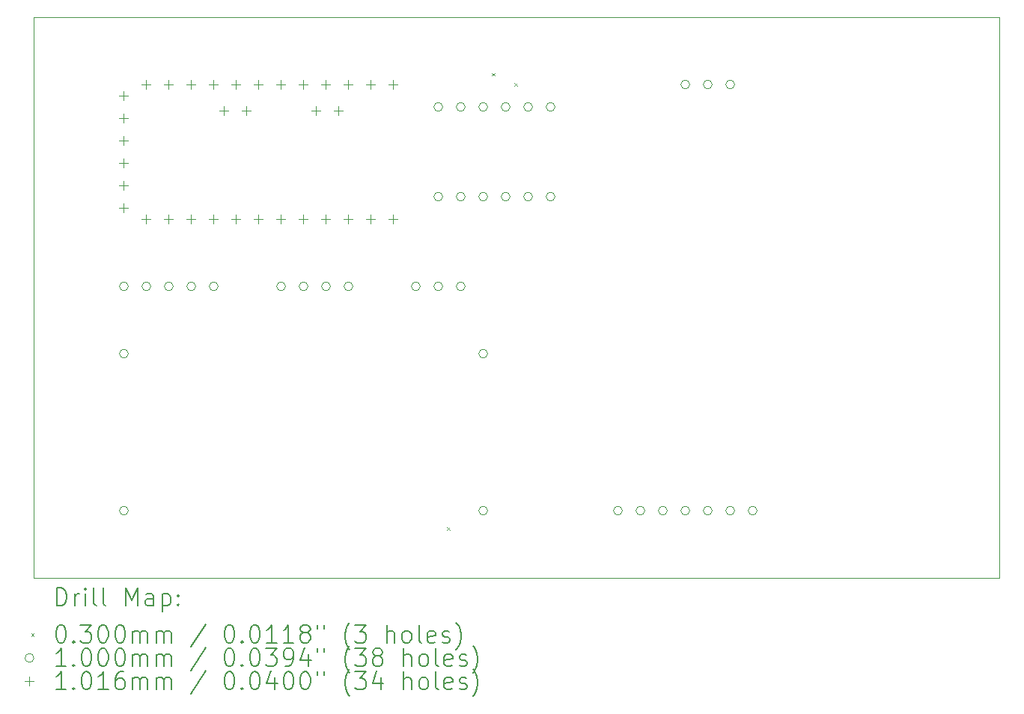
<source format=gbr>
%TF.GenerationSoftware,KiCad,Pcbnew,8.0.6*%
%TF.CreationDate,2024-11-20T22:46:54+01:00*%
%TF.ProjectId,Serverl_fter,53657276-6572-46cf-9c66-7465722e6b69,rev?*%
%TF.SameCoordinates,Original*%
%TF.FileFunction,Drillmap*%
%TF.FilePolarity,Positive*%
%FSLAX45Y45*%
G04 Gerber Fmt 4.5, Leading zero omitted, Abs format (unit mm)*
G04 Created by KiCad (PCBNEW 8.0.6) date 2024-11-20 22:46:54*
%MOMM*%
%LPD*%
G01*
G04 APERTURE LIST*
%ADD10C,0.050000*%
%ADD11C,0.200000*%
%ADD12C,0.100000*%
%ADD13C,0.101600*%
G04 APERTURE END LIST*
D10*
X2540000Y-2032000D02*
X13462000Y-2032000D01*
X13462000Y-8382000D01*
X2540000Y-8382000D01*
X2540000Y-2032000D01*
D11*
D12*
X7212170Y-7807360D02*
X7242170Y-7837360D01*
X7242170Y-7807360D02*
X7212170Y-7837360D01*
X7720170Y-2663830D02*
X7750170Y-2693830D01*
X7750170Y-2663830D02*
X7720170Y-2693830D01*
X7974170Y-2779000D02*
X8004170Y-2809000D01*
X8004170Y-2779000D02*
X7974170Y-2809000D01*
X3606000Y-5080000D02*
G75*
G02*
X3506000Y-5080000I-50000J0D01*
G01*
X3506000Y-5080000D02*
G75*
G02*
X3606000Y-5080000I50000J0D01*
G01*
X3606000Y-5842000D02*
G75*
G02*
X3506000Y-5842000I-50000J0D01*
G01*
X3506000Y-5842000D02*
G75*
G02*
X3606000Y-5842000I50000J0D01*
G01*
X3606000Y-7620000D02*
G75*
G02*
X3506000Y-7620000I-50000J0D01*
G01*
X3506000Y-7620000D02*
G75*
G02*
X3606000Y-7620000I50000J0D01*
G01*
X3860000Y-5080000D02*
G75*
G02*
X3760000Y-5080000I-50000J0D01*
G01*
X3760000Y-5080000D02*
G75*
G02*
X3860000Y-5080000I50000J0D01*
G01*
X4114000Y-5080000D02*
G75*
G02*
X4014000Y-5080000I-50000J0D01*
G01*
X4014000Y-5080000D02*
G75*
G02*
X4114000Y-5080000I50000J0D01*
G01*
X4368000Y-5080000D02*
G75*
G02*
X4268000Y-5080000I-50000J0D01*
G01*
X4268000Y-5080000D02*
G75*
G02*
X4368000Y-5080000I50000J0D01*
G01*
X4622000Y-5080000D02*
G75*
G02*
X4522000Y-5080000I-50000J0D01*
G01*
X4522000Y-5080000D02*
G75*
G02*
X4622000Y-5080000I50000J0D01*
G01*
X5384000Y-5080000D02*
G75*
G02*
X5284000Y-5080000I-50000J0D01*
G01*
X5284000Y-5080000D02*
G75*
G02*
X5384000Y-5080000I50000J0D01*
G01*
X5638000Y-5080000D02*
G75*
G02*
X5538000Y-5080000I-50000J0D01*
G01*
X5538000Y-5080000D02*
G75*
G02*
X5638000Y-5080000I50000J0D01*
G01*
X5892000Y-5080000D02*
G75*
G02*
X5792000Y-5080000I-50000J0D01*
G01*
X5792000Y-5080000D02*
G75*
G02*
X5892000Y-5080000I50000J0D01*
G01*
X6146000Y-5080000D02*
G75*
G02*
X6046000Y-5080000I-50000J0D01*
G01*
X6046000Y-5080000D02*
G75*
G02*
X6146000Y-5080000I50000J0D01*
G01*
X6908000Y-5080000D02*
G75*
G02*
X6808000Y-5080000I-50000J0D01*
G01*
X6808000Y-5080000D02*
G75*
G02*
X6908000Y-5080000I50000J0D01*
G01*
X7162000Y-3048000D02*
G75*
G02*
X7062000Y-3048000I-50000J0D01*
G01*
X7062000Y-3048000D02*
G75*
G02*
X7162000Y-3048000I50000J0D01*
G01*
X7162000Y-4064000D02*
G75*
G02*
X7062000Y-4064000I-50000J0D01*
G01*
X7062000Y-4064000D02*
G75*
G02*
X7162000Y-4064000I50000J0D01*
G01*
X7162000Y-5080000D02*
G75*
G02*
X7062000Y-5080000I-50000J0D01*
G01*
X7062000Y-5080000D02*
G75*
G02*
X7162000Y-5080000I50000J0D01*
G01*
X7416000Y-3048000D02*
G75*
G02*
X7316000Y-3048000I-50000J0D01*
G01*
X7316000Y-3048000D02*
G75*
G02*
X7416000Y-3048000I50000J0D01*
G01*
X7416000Y-4064000D02*
G75*
G02*
X7316000Y-4064000I-50000J0D01*
G01*
X7316000Y-4064000D02*
G75*
G02*
X7416000Y-4064000I50000J0D01*
G01*
X7416000Y-5080000D02*
G75*
G02*
X7316000Y-5080000I-50000J0D01*
G01*
X7316000Y-5080000D02*
G75*
G02*
X7416000Y-5080000I50000J0D01*
G01*
X7670000Y-3048000D02*
G75*
G02*
X7570000Y-3048000I-50000J0D01*
G01*
X7570000Y-3048000D02*
G75*
G02*
X7670000Y-3048000I50000J0D01*
G01*
X7670000Y-4064000D02*
G75*
G02*
X7570000Y-4064000I-50000J0D01*
G01*
X7570000Y-4064000D02*
G75*
G02*
X7670000Y-4064000I50000J0D01*
G01*
X7670000Y-5842000D02*
G75*
G02*
X7570000Y-5842000I-50000J0D01*
G01*
X7570000Y-5842000D02*
G75*
G02*
X7670000Y-5842000I50000J0D01*
G01*
X7670000Y-7620000D02*
G75*
G02*
X7570000Y-7620000I-50000J0D01*
G01*
X7570000Y-7620000D02*
G75*
G02*
X7670000Y-7620000I50000J0D01*
G01*
X7924000Y-3048000D02*
G75*
G02*
X7824000Y-3048000I-50000J0D01*
G01*
X7824000Y-3048000D02*
G75*
G02*
X7924000Y-3048000I50000J0D01*
G01*
X7924000Y-4064000D02*
G75*
G02*
X7824000Y-4064000I-50000J0D01*
G01*
X7824000Y-4064000D02*
G75*
G02*
X7924000Y-4064000I50000J0D01*
G01*
X8178000Y-3048000D02*
G75*
G02*
X8078000Y-3048000I-50000J0D01*
G01*
X8078000Y-3048000D02*
G75*
G02*
X8178000Y-3048000I50000J0D01*
G01*
X8178000Y-4064000D02*
G75*
G02*
X8078000Y-4064000I-50000J0D01*
G01*
X8078000Y-4064000D02*
G75*
G02*
X8178000Y-4064000I50000J0D01*
G01*
X8432000Y-3048000D02*
G75*
G02*
X8332000Y-3048000I-50000J0D01*
G01*
X8332000Y-3048000D02*
G75*
G02*
X8432000Y-3048000I50000J0D01*
G01*
X8432000Y-4064000D02*
G75*
G02*
X8332000Y-4064000I-50000J0D01*
G01*
X8332000Y-4064000D02*
G75*
G02*
X8432000Y-4064000I50000J0D01*
G01*
X9194000Y-7620000D02*
G75*
G02*
X9094000Y-7620000I-50000J0D01*
G01*
X9094000Y-7620000D02*
G75*
G02*
X9194000Y-7620000I50000J0D01*
G01*
X9448000Y-7620000D02*
G75*
G02*
X9348000Y-7620000I-50000J0D01*
G01*
X9348000Y-7620000D02*
G75*
G02*
X9448000Y-7620000I50000J0D01*
G01*
X9702000Y-7620000D02*
G75*
G02*
X9602000Y-7620000I-50000J0D01*
G01*
X9602000Y-7620000D02*
G75*
G02*
X9702000Y-7620000I50000J0D01*
G01*
X9956000Y-2794000D02*
G75*
G02*
X9856000Y-2794000I-50000J0D01*
G01*
X9856000Y-2794000D02*
G75*
G02*
X9956000Y-2794000I50000J0D01*
G01*
X9956000Y-7620000D02*
G75*
G02*
X9856000Y-7620000I-50000J0D01*
G01*
X9856000Y-7620000D02*
G75*
G02*
X9956000Y-7620000I50000J0D01*
G01*
X10210000Y-2794000D02*
G75*
G02*
X10110000Y-2794000I-50000J0D01*
G01*
X10110000Y-2794000D02*
G75*
G02*
X10210000Y-2794000I50000J0D01*
G01*
X10210000Y-7620000D02*
G75*
G02*
X10110000Y-7620000I-50000J0D01*
G01*
X10110000Y-7620000D02*
G75*
G02*
X10210000Y-7620000I50000J0D01*
G01*
X10464000Y-2794000D02*
G75*
G02*
X10364000Y-2794000I-50000J0D01*
G01*
X10364000Y-2794000D02*
G75*
G02*
X10464000Y-2794000I50000J0D01*
G01*
X10464000Y-7620000D02*
G75*
G02*
X10364000Y-7620000I-50000J0D01*
G01*
X10364000Y-7620000D02*
G75*
G02*
X10464000Y-7620000I50000J0D01*
G01*
X10718000Y-7620000D02*
G75*
G02*
X10618000Y-7620000I-50000J0D01*
G01*
X10618000Y-7620000D02*
G75*
G02*
X10718000Y-7620000I50000J0D01*
G01*
D13*
X3556000Y-2870200D02*
X3556000Y-2971800D01*
X3505200Y-2921000D02*
X3606800Y-2921000D01*
X3556000Y-3124200D02*
X3556000Y-3225800D01*
X3505200Y-3175000D02*
X3606800Y-3175000D01*
X3556000Y-3378200D02*
X3556000Y-3479800D01*
X3505200Y-3429000D02*
X3606800Y-3429000D01*
X3556000Y-3632200D02*
X3556000Y-3733800D01*
X3505200Y-3683000D02*
X3606800Y-3683000D01*
X3556000Y-3886200D02*
X3556000Y-3987800D01*
X3505200Y-3937000D02*
X3606800Y-3937000D01*
X3556000Y-4140200D02*
X3556000Y-4241800D01*
X3505200Y-4191000D02*
X3606800Y-4191000D01*
X3810000Y-2743200D02*
X3810000Y-2844800D01*
X3759200Y-2794000D02*
X3860800Y-2794000D01*
X3810000Y-4267200D02*
X3810000Y-4368800D01*
X3759200Y-4318000D02*
X3860800Y-4318000D01*
X4064000Y-2743200D02*
X4064000Y-2844800D01*
X4013200Y-2794000D02*
X4114800Y-2794000D01*
X4064000Y-4267200D02*
X4064000Y-4368800D01*
X4013200Y-4318000D02*
X4114800Y-4318000D01*
X4318000Y-2743200D02*
X4318000Y-2844800D01*
X4267200Y-2794000D02*
X4368800Y-2794000D01*
X4318000Y-4267200D02*
X4318000Y-4368800D01*
X4267200Y-4318000D02*
X4368800Y-4318000D01*
X4572000Y-2743200D02*
X4572000Y-2844800D01*
X4521200Y-2794000D02*
X4622800Y-2794000D01*
X4572000Y-4267200D02*
X4572000Y-4368800D01*
X4521200Y-4318000D02*
X4622800Y-4318000D01*
X4686300Y-3035300D02*
X4686300Y-3136900D01*
X4635500Y-3086100D02*
X4737100Y-3086100D01*
X4826000Y-2743200D02*
X4826000Y-2844800D01*
X4775200Y-2794000D02*
X4876800Y-2794000D01*
X4826000Y-4267200D02*
X4826000Y-4368800D01*
X4775200Y-4318000D02*
X4876800Y-4318000D01*
X4940300Y-3035300D02*
X4940300Y-3136900D01*
X4889500Y-3086100D02*
X4991100Y-3086100D01*
X5080000Y-2743200D02*
X5080000Y-2844800D01*
X5029200Y-2794000D02*
X5130800Y-2794000D01*
X5080000Y-4267200D02*
X5080000Y-4368800D01*
X5029200Y-4318000D02*
X5130800Y-4318000D01*
X5334000Y-2743200D02*
X5334000Y-2844800D01*
X5283200Y-2794000D02*
X5384800Y-2794000D01*
X5334000Y-4267200D02*
X5334000Y-4368800D01*
X5283200Y-4318000D02*
X5384800Y-4318000D01*
X5588000Y-2743200D02*
X5588000Y-2844800D01*
X5537200Y-2794000D02*
X5638800Y-2794000D01*
X5588000Y-4267200D02*
X5588000Y-4368800D01*
X5537200Y-4318000D02*
X5638800Y-4318000D01*
X5727700Y-3035300D02*
X5727700Y-3136900D01*
X5676900Y-3086100D02*
X5778500Y-3086100D01*
X5842000Y-2743200D02*
X5842000Y-2844800D01*
X5791200Y-2794000D02*
X5892800Y-2794000D01*
X5842000Y-4267200D02*
X5842000Y-4368800D01*
X5791200Y-4318000D02*
X5892800Y-4318000D01*
X5981700Y-3035300D02*
X5981700Y-3136900D01*
X5930900Y-3086100D02*
X6032500Y-3086100D01*
X6096000Y-2743200D02*
X6096000Y-2844800D01*
X6045200Y-2794000D02*
X6146800Y-2794000D01*
X6096000Y-4267200D02*
X6096000Y-4368800D01*
X6045200Y-4318000D02*
X6146800Y-4318000D01*
X6350000Y-2743200D02*
X6350000Y-2844800D01*
X6299200Y-2794000D02*
X6400800Y-2794000D01*
X6350000Y-4267200D02*
X6350000Y-4368800D01*
X6299200Y-4318000D02*
X6400800Y-4318000D01*
X6604000Y-2743200D02*
X6604000Y-2844800D01*
X6553200Y-2794000D02*
X6654800Y-2794000D01*
X6604000Y-4267200D02*
X6604000Y-4368800D01*
X6553200Y-4318000D02*
X6654800Y-4318000D01*
D11*
X2798277Y-8695984D02*
X2798277Y-8495984D01*
X2798277Y-8495984D02*
X2845896Y-8495984D01*
X2845896Y-8495984D02*
X2874467Y-8505508D01*
X2874467Y-8505508D02*
X2893515Y-8524555D01*
X2893515Y-8524555D02*
X2903039Y-8543603D01*
X2903039Y-8543603D02*
X2912562Y-8581698D01*
X2912562Y-8581698D02*
X2912562Y-8610270D01*
X2912562Y-8610270D02*
X2903039Y-8648365D01*
X2903039Y-8648365D02*
X2893515Y-8667412D01*
X2893515Y-8667412D02*
X2874467Y-8686460D01*
X2874467Y-8686460D02*
X2845896Y-8695984D01*
X2845896Y-8695984D02*
X2798277Y-8695984D01*
X2998277Y-8695984D02*
X2998277Y-8562650D01*
X2998277Y-8600746D02*
X3007801Y-8581698D01*
X3007801Y-8581698D02*
X3017324Y-8572174D01*
X3017324Y-8572174D02*
X3036372Y-8562650D01*
X3036372Y-8562650D02*
X3055420Y-8562650D01*
X3122086Y-8695984D02*
X3122086Y-8562650D01*
X3122086Y-8495984D02*
X3112562Y-8505508D01*
X3112562Y-8505508D02*
X3122086Y-8515031D01*
X3122086Y-8515031D02*
X3131610Y-8505508D01*
X3131610Y-8505508D02*
X3122086Y-8495984D01*
X3122086Y-8495984D02*
X3122086Y-8515031D01*
X3245896Y-8695984D02*
X3226848Y-8686460D01*
X3226848Y-8686460D02*
X3217324Y-8667412D01*
X3217324Y-8667412D02*
X3217324Y-8495984D01*
X3350658Y-8695984D02*
X3331610Y-8686460D01*
X3331610Y-8686460D02*
X3322086Y-8667412D01*
X3322086Y-8667412D02*
X3322086Y-8495984D01*
X3579229Y-8695984D02*
X3579229Y-8495984D01*
X3579229Y-8495984D02*
X3645896Y-8638841D01*
X3645896Y-8638841D02*
X3712562Y-8495984D01*
X3712562Y-8495984D02*
X3712562Y-8695984D01*
X3893515Y-8695984D02*
X3893515Y-8591222D01*
X3893515Y-8591222D02*
X3883991Y-8572174D01*
X3883991Y-8572174D02*
X3864943Y-8562650D01*
X3864943Y-8562650D02*
X3826848Y-8562650D01*
X3826848Y-8562650D02*
X3807801Y-8572174D01*
X3893515Y-8686460D02*
X3874467Y-8695984D01*
X3874467Y-8695984D02*
X3826848Y-8695984D01*
X3826848Y-8695984D02*
X3807801Y-8686460D01*
X3807801Y-8686460D02*
X3798277Y-8667412D01*
X3798277Y-8667412D02*
X3798277Y-8648365D01*
X3798277Y-8648365D02*
X3807801Y-8629317D01*
X3807801Y-8629317D02*
X3826848Y-8619793D01*
X3826848Y-8619793D02*
X3874467Y-8619793D01*
X3874467Y-8619793D02*
X3893515Y-8610270D01*
X3988753Y-8562650D02*
X3988753Y-8762650D01*
X3988753Y-8572174D02*
X4007801Y-8562650D01*
X4007801Y-8562650D02*
X4045896Y-8562650D01*
X4045896Y-8562650D02*
X4064943Y-8572174D01*
X4064943Y-8572174D02*
X4074467Y-8581698D01*
X4074467Y-8581698D02*
X4083991Y-8600746D01*
X4083991Y-8600746D02*
X4083991Y-8657889D01*
X4083991Y-8657889D02*
X4074467Y-8676936D01*
X4074467Y-8676936D02*
X4064943Y-8686460D01*
X4064943Y-8686460D02*
X4045896Y-8695984D01*
X4045896Y-8695984D02*
X4007801Y-8695984D01*
X4007801Y-8695984D02*
X3988753Y-8686460D01*
X4169705Y-8676936D02*
X4179229Y-8686460D01*
X4179229Y-8686460D02*
X4169705Y-8695984D01*
X4169705Y-8695984D02*
X4160182Y-8686460D01*
X4160182Y-8686460D02*
X4169705Y-8676936D01*
X4169705Y-8676936D02*
X4169705Y-8695984D01*
X4169705Y-8572174D02*
X4179229Y-8581698D01*
X4179229Y-8581698D02*
X4169705Y-8591222D01*
X4169705Y-8591222D02*
X4160182Y-8581698D01*
X4160182Y-8581698D02*
X4169705Y-8572174D01*
X4169705Y-8572174D02*
X4169705Y-8591222D01*
D12*
X2507500Y-9009500D02*
X2537500Y-9039500D01*
X2537500Y-9009500D02*
X2507500Y-9039500D01*
D11*
X2836372Y-8915984D02*
X2855420Y-8915984D01*
X2855420Y-8915984D02*
X2874467Y-8925508D01*
X2874467Y-8925508D02*
X2883991Y-8935031D01*
X2883991Y-8935031D02*
X2893515Y-8954079D01*
X2893515Y-8954079D02*
X2903039Y-8992174D01*
X2903039Y-8992174D02*
X2903039Y-9039793D01*
X2903039Y-9039793D02*
X2893515Y-9077889D01*
X2893515Y-9077889D02*
X2883991Y-9096936D01*
X2883991Y-9096936D02*
X2874467Y-9106460D01*
X2874467Y-9106460D02*
X2855420Y-9115984D01*
X2855420Y-9115984D02*
X2836372Y-9115984D01*
X2836372Y-9115984D02*
X2817324Y-9106460D01*
X2817324Y-9106460D02*
X2807801Y-9096936D01*
X2807801Y-9096936D02*
X2798277Y-9077889D01*
X2798277Y-9077889D02*
X2788753Y-9039793D01*
X2788753Y-9039793D02*
X2788753Y-8992174D01*
X2788753Y-8992174D02*
X2798277Y-8954079D01*
X2798277Y-8954079D02*
X2807801Y-8935031D01*
X2807801Y-8935031D02*
X2817324Y-8925508D01*
X2817324Y-8925508D02*
X2836372Y-8915984D01*
X2988753Y-9096936D02*
X2998277Y-9106460D01*
X2998277Y-9106460D02*
X2988753Y-9115984D01*
X2988753Y-9115984D02*
X2979229Y-9106460D01*
X2979229Y-9106460D02*
X2988753Y-9096936D01*
X2988753Y-9096936D02*
X2988753Y-9115984D01*
X3064943Y-8915984D02*
X3188753Y-8915984D01*
X3188753Y-8915984D02*
X3122086Y-8992174D01*
X3122086Y-8992174D02*
X3150658Y-8992174D01*
X3150658Y-8992174D02*
X3169705Y-9001698D01*
X3169705Y-9001698D02*
X3179229Y-9011222D01*
X3179229Y-9011222D02*
X3188753Y-9030270D01*
X3188753Y-9030270D02*
X3188753Y-9077889D01*
X3188753Y-9077889D02*
X3179229Y-9096936D01*
X3179229Y-9096936D02*
X3169705Y-9106460D01*
X3169705Y-9106460D02*
X3150658Y-9115984D01*
X3150658Y-9115984D02*
X3093515Y-9115984D01*
X3093515Y-9115984D02*
X3074467Y-9106460D01*
X3074467Y-9106460D02*
X3064943Y-9096936D01*
X3312562Y-8915984D02*
X3331610Y-8915984D01*
X3331610Y-8915984D02*
X3350658Y-8925508D01*
X3350658Y-8925508D02*
X3360182Y-8935031D01*
X3360182Y-8935031D02*
X3369705Y-8954079D01*
X3369705Y-8954079D02*
X3379229Y-8992174D01*
X3379229Y-8992174D02*
X3379229Y-9039793D01*
X3379229Y-9039793D02*
X3369705Y-9077889D01*
X3369705Y-9077889D02*
X3360182Y-9096936D01*
X3360182Y-9096936D02*
X3350658Y-9106460D01*
X3350658Y-9106460D02*
X3331610Y-9115984D01*
X3331610Y-9115984D02*
X3312562Y-9115984D01*
X3312562Y-9115984D02*
X3293515Y-9106460D01*
X3293515Y-9106460D02*
X3283991Y-9096936D01*
X3283991Y-9096936D02*
X3274467Y-9077889D01*
X3274467Y-9077889D02*
X3264943Y-9039793D01*
X3264943Y-9039793D02*
X3264943Y-8992174D01*
X3264943Y-8992174D02*
X3274467Y-8954079D01*
X3274467Y-8954079D02*
X3283991Y-8935031D01*
X3283991Y-8935031D02*
X3293515Y-8925508D01*
X3293515Y-8925508D02*
X3312562Y-8915984D01*
X3503039Y-8915984D02*
X3522086Y-8915984D01*
X3522086Y-8915984D02*
X3541134Y-8925508D01*
X3541134Y-8925508D02*
X3550658Y-8935031D01*
X3550658Y-8935031D02*
X3560182Y-8954079D01*
X3560182Y-8954079D02*
X3569705Y-8992174D01*
X3569705Y-8992174D02*
X3569705Y-9039793D01*
X3569705Y-9039793D02*
X3560182Y-9077889D01*
X3560182Y-9077889D02*
X3550658Y-9096936D01*
X3550658Y-9096936D02*
X3541134Y-9106460D01*
X3541134Y-9106460D02*
X3522086Y-9115984D01*
X3522086Y-9115984D02*
X3503039Y-9115984D01*
X3503039Y-9115984D02*
X3483991Y-9106460D01*
X3483991Y-9106460D02*
X3474467Y-9096936D01*
X3474467Y-9096936D02*
X3464943Y-9077889D01*
X3464943Y-9077889D02*
X3455420Y-9039793D01*
X3455420Y-9039793D02*
X3455420Y-8992174D01*
X3455420Y-8992174D02*
X3464943Y-8954079D01*
X3464943Y-8954079D02*
X3474467Y-8935031D01*
X3474467Y-8935031D02*
X3483991Y-8925508D01*
X3483991Y-8925508D02*
X3503039Y-8915984D01*
X3655420Y-9115984D02*
X3655420Y-8982650D01*
X3655420Y-9001698D02*
X3664943Y-8992174D01*
X3664943Y-8992174D02*
X3683991Y-8982650D01*
X3683991Y-8982650D02*
X3712563Y-8982650D01*
X3712563Y-8982650D02*
X3731610Y-8992174D01*
X3731610Y-8992174D02*
X3741134Y-9011222D01*
X3741134Y-9011222D02*
X3741134Y-9115984D01*
X3741134Y-9011222D02*
X3750658Y-8992174D01*
X3750658Y-8992174D02*
X3769705Y-8982650D01*
X3769705Y-8982650D02*
X3798277Y-8982650D01*
X3798277Y-8982650D02*
X3817324Y-8992174D01*
X3817324Y-8992174D02*
X3826848Y-9011222D01*
X3826848Y-9011222D02*
X3826848Y-9115984D01*
X3922086Y-9115984D02*
X3922086Y-8982650D01*
X3922086Y-9001698D02*
X3931610Y-8992174D01*
X3931610Y-8992174D02*
X3950658Y-8982650D01*
X3950658Y-8982650D02*
X3979229Y-8982650D01*
X3979229Y-8982650D02*
X3998277Y-8992174D01*
X3998277Y-8992174D02*
X4007801Y-9011222D01*
X4007801Y-9011222D02*
X4007801Y-9115984D01*
X4007801Y-9011222D02*
X4017324Y-8992174D01*
X4017324Y-8992174D02*
X4036372Y-8982650D01*
X4036372Y-8982650D02*
X4064943Y-8982650D01*
X4064943Y-8982650D02*
X4083991Y-8992174D01*
X4083991Y-8992174D02*
X4093515Y-9011222D01*
X4093515Y-9011222D02*
X4093515Y-9115984D01*
X4483991Y-8906460D02*
X4312563Y-9163603D01*
X4741134Y-8915984D02*
X4760182Y-8915984D01*
X4760182Y-8915984D02*
X4779229Y-8925508D01*
X4779229Y-8925508D02*
X4788753Y-8935031D01*
X4788753Y-8935031D02*
X4798277Y-8954079D01*
X4798277Y-8954079D02*
X4807801Y-8992174D01*
X4807801Y-8992174D02*
X4807801Y-9039793D01*
X4807801Y-9039793D02*
X4798277Y-9077889D01*
X4798277Y-9077889D02*
X4788753Y-9096936D01*
X4788753Y-9096936D02*
X4779229Y-9106460D01*
X4779229Y-9106460D02*
X4760182Y-9115984D01*
X4760182Y-9115984D02*
X4741134Y-9115984D01*
X4741134Y-9115984D02*
X4722087Y-9106460D01*
X4722087Y-9106460D02*
X4712563Y-9096936D01*
X4712563Y-9096936D02*
X4703039Y-9077889D01*
X4703039Y-9077889D02*
X4693515Y-9039793D01*
X4693515Y-9039793D02*
X4693515Y-8992174D01*
X4693515Y-8992174D02*
X4703039Y-8954079D01*
X4703039Y-8954079D02*
X4712563Y-8935031D01*
X4712563Y-8935031D02*
X4722087Y-8925508D01*
X4722087Y-8925508D02*
X4741134Y-8915984D01*
X4893515Y-9096936D02*
X4903039Y-9106460D01*
X4903039Y-9106460D02*
X4893515Y-9115984D01*
X4893515Y-9115984D02*
X4883991Y-9106460D01*
X4883991Y-9106460D02*
X4893515Y-9096936D01*
X4893515Y-9096936D02*
X4893515Y-9115984D01*
X5026848Y-8915984D02*
X5045896Y-8915984D01*
X5045896Y-8915984D02*
X5064944Y-8925508D01*
X5064944Y-8925508D02*
X5074468Y-8935031D01*
X5074468Y-8935031D02*
X5083991Y-8954079D01*
X5083991Y-8954079D02*
X5093515Y-8992174D01*
X5093515Y-8992174D02*
X5093515Y-9039793D01*
X5093515Y-9039793D02*
X5083991Y-9077889D01*
X5083991Y-9077889D02*
X5074468Y-9096936D01*
X5074468Y-9096936D02*
X5064944Y-9106460D01*
X5064944Y-9106460D02*
X5045896Y-9115984D01*
X5045896Y-9115984D02*
X5026848Y-9115984D01*
X5026848Y-9115984D02*
X5007801Y-9106460D01*
X5007801Y-9106460D02*
X4998277Y-9096936D01*
X4998277Y-9096936D02*
X4988753Y-9077889D01*
X4988753Y-9077889D02*
X4979229Y-9039793D01*
X4979229Y-9039793D02*
X4979229Y-8992174D01*
X4979229Y-8992174D02*
X4988753Y-8954079D01*
X4988753Y-8954079D02*
X4998277Y-8935031D01*
X4998277Y-8935031D02*
X5007801Y-8925508D01*
X5007801Y-8925508D02*
X5026848Y-8915984D01*
X5283991Y-9115984D02*
X5169706Y-9115984D01*
X5226848Y-9115984D02*
X5226848Y-8915984D01*
X5226848Y-8915984D02*
X5207801Y-8944555D01*
X5207801Y-8944555D02*
X5188753Y-8963603D01*
X5188753Y-8963603D02*
X5169706Y-8973127D01*
X5474468Y-9115984D02*
X5360182Y-9115984D01*
X5417325Y-9115984D02*
X5417325Y-8915984D01*
X5417325Y-8915984D02*
X5398277Y-8944555D01*
X5398277Y-8944555D02*
X5379229Y-8963603D01*
X5379229Y-8963603D02*
X5360182Y-8973127D01*
X5588753Y-9001698D02*
X5569706Y-8992174D01*
X5569706Y-8992174D02*
X5560182Y-8982650D01*
X5560182Y-8982650D02*
X5550658Y-8963603D01*
X5550658Y-8963603D02*
X5550658Y-8954079D01*
X5550658Y-8954079D02*
X5560182Y-8935031D01*
X5560182Y-8935031D02*
X5569706Y-8925508D01*
X5569706Y-8925508D02*
X5588753Y-8915984D01*
X5588753Y-8915984D02*
X5626848Y-8915984D01*
X5626848Y-8915984D02*
X5645896Y-8925508D01*
X5645896Y-8925508D02*
X5655420Y-8935031D01*
X5655420Y-8935031D02*
X5664944Y-8954079D01*
X5664944Y-8954079D02*
X5664944Y-8963603D01*
X5664944Y-8963603D02*
X5655420Y-8982650D01*
X5655420Y-8982650D02*
X5645896Y-8992174D01*
X5645896Y-8992174D02*
X5626848Y-9001698D01*
X5626848Y-9001698D02*
X5588753Y-9001698D01*
X5588753Y-9001698D02*
X5569706Y-9011222D01*
X5569706Y-9011222D02*
X5560182Y-9020746D01*
X5560182Y-9020746D02*
X5550658Y-9039793D01*
X5550658Y-9039793D02*
X5550658Y-9077889D01*
X5550658Y-9077889D02*
X5560182Y-9096936D01*
X5560182Y-9096936D02*
X5569706Y-9106460D01*
X5569706Y-9106460D02*
X5588753Y-9115984D01*
X5588753Y-9115984D02*
X5626848Y-9115984D01*
X5626848Y-9115984D02*
X5645896Y-9106460D01*
X5645896Y-9106460D02*
X5655420Y-9096936D01*
X5655420Y-9096936D02*
X5664944Y-9077889D01*
X5664944Y-9077889D02*
X5664944Y-9039793D01*
X5664944Y-9039793D02*
X5655420Y-9020746D01*
X5655420Y-9020746D02*
X5645896Y-9011222D01*
X5645896Y-9011222D02*
X5626848Y-9001698D01*
X5741134Y-8915984D02*
X5741134Y-8954079D01*
X5817325Y-8915984D02*
X5817325Y-8954079D01*
X6112563Y-9192174D02*
X6103039Y-9182650D01*
X6103039Y-9182650D02*
X6083991Y-9154079D01*
X6083991Y-9154079D02*
X6074468Y-9135031D01*
X6074468Y-9135031D02*
X6064944Y-9106460D01*
X6064944Y-9106460D02*
X6055420Y-9058841D01*
X6055420Y-9058841D02*
X6055420Y-9020746D01*
X6055420Y-9020746D02*
X6064944Y-8973127D01*
X6064944Y-8973127D02*
X6074468Y-8944555D01*
X6074468Y-8944555D02*
X6083991Y-8925508D01*
X6083991Y-8925508D02*
X6103039Y-8896936D01*
X6103039Y-8896936D02*
X6112563Y-8887412D01*
X6169706Y-8915984D02*
X6293515Y-8915984D01*
X6293515Y-8915984D02*
X6226848Y-8992174D01*
X6226848Y-8992174D02*
X6255420Y-8992174D01*
X6255420Y-8992174D02*
X6274468Y-9001698D01*
X6274468Y-9001698D02*
X6283991Y-9011222D01*
X6283991Y-9011222D02*
X6293515Y-9030270D01*
X6293515Y-9030270D02*
X6293515Y-9077889D01*
X6293515Y-9077889D02*
X6283991Y-9096936D01*
X6283991Y-9096936D02*
X6274468Y-9106460D01*
X6274468Y-9106460D02*
X6255420Y-9115984D01*
X6255420Y-9115984D02*
X6198277Y-9115984D01*
X6198277Y-9115984D02*
X6179229Y-9106460D01*
X6179229Y-9106460D02*
X6169706Y-9096936D01*
X6531610Y-9115984D02*
X6531610Y-8915984D01*
X6617325Y-9115984D02*
X6617325Y-9011222D01*
X6617325Y-9011222D02*
X6607801Y-8992174D01*
X6607801Y-8992174D02*
X6588753Y-8982650D01*
X6588753Y-8982650D02*
X6560182Y-8982650D01*
X6560182Y-8982650D02*
X6541134Y-8992174D01*
X6541134Y-8992174D02*
X6531610Y-9001698D01*
X6741134Y-9115984D02*
X6722087Y-9106460D01*
X6722087Y-9106460D02*
X6712563Y-9096936D01*
X6712563Y-9096936D02*
X6703039Y-9077889D01*
X6703039Y-9077889D02*
X6703039Y-9020746D01*
X6703039Y-9020746D02*
X6712563Y-9001698D01*
X6712563Y-9001698D02*
X6722087Y-8992174D01*
X6722087Y-8992174D02*
X6741134Y-8982650D01*
X6741134Y-8982650D02*
X6769706Y-8982650D01*
X6769706Y-8982650D02*
X6788753Y-8992174D01*
X6788753Y-8992174D02*
X6798277Y-9001698D01*
X6798277Y-9001698D02*
X6807801Y-9020746D01*
X6807801Y-9020746D02*
X6807801Y-9077889D01*
X6807801Y-9077889D02*
X6798277Y-9096936D01*
X6798277Y-9096936D02*
X6788753Y-9106460D01*
X6788753Y-9106460D02*
X6769706Y-9115984D01*
X6769706Y-9115984D02*
X6741134Y-9115984D01*
X6922087Y-9115984D02*
X6903039Y-9106460D01*
X6903039Y-9106460D02*
X6893515Y-9087412D01*
X6893515Y-9087412D02*
X6893515Y-8915984D01*
X7074468Y-9106460D02*
X7055420Y-9115984D01*
X7055420Y-9115984D02*
X7017325Y-9115984D01*
X7017325Y-9115984D02*
X6998277Y-9106460D01*
X6998277Y-9106460D02*
X6988753Y-9087412D01*
X6988753Y-9087412D02*
X6988753Y-9011222D01*
X6988753Y-9011222D02*
X6998277Y-8992174D01*
X6998277Y-8992174D02*
X7017325Y-8982650D01*
X7017325Y-8982650D02*
X7055420Y-8982650D01*
X7055420Y-8982650D02*
X7074468Y-8992174D01*
X7074468Y-8992174D02*
X7083991Y-9011222D01*
X7083991Y-9011222D02*
X7083991Y-9030270D01*
X7083991Y-9030270D02*
X6988753Y-9049317D01*
X7160182Y-9106460D02*
X7179230Y-9115984D01*
X7179230Y-9115984D02*
X7217325Y-9115984D01*
X7217325Y-9115984D02*
X7236372Y-9106460D01*
X7236372Y-9106460D02*
X7245896Y-9087412D01*
X7245896Y-9087412D02*
X7245896Y-9077889D01*
X7245896Y-9077889D02*
X7236372Y-9058841D01*
X7236372Y-9058841D02*
X7217325Y-9049317D01*
X7217325Y-9049317D02*
X7188753Y-9049317D01*
X7188753Y-9049317D02*
X7169706Y-9039793D01*
X7169706Y-9039793D02*
X7160182Y-9020746D01*
X7160182Y-9020746D02*
X7160182Y-9011222D01*
X7160182Y-9011222D02*
X7169706Y-8992174D01*
X7169706Y-8992174D02*
X7188753Y-8982650D01*
X7188753Y-8982650D02*
X7217325Y-8982650D01*
X7217325Y-8982650D02*
X7236372Y-8992174D01*
X7312563Y-9192174D02*
X7322087Y-9182650D01*
X7322087Y-9182650D02*
X7341134Y-9154079D01*
X7341134Y-9154079D02*
X7350658Y-9135031D01*
X7350658Y-9135031D02*
X7360182Y-9106460D01*
X7360182Y-9106460D02*
X7369706Y-9058841D01*
X7369706Y-9058841D02*
X7369706Y-9020746D01*
X7369706Y-9020746D02*
X7360182Y-8973127D01*
X7360182Y-8973127D02*
X7350658Y-8944555D01*
X7350658Y-8944555D02*
X7341134Y-8925508D01*
X7341134Y-8925508D02*
X7322087Y-8896936D01*
X7322087Y-8896936D02*
X7312563Y-8887412D01*
D12*
X2537500Y-9288500D02*
G75*
G02*
X2437500Y-9288500I-50000J0D01*
G01*
X2437500Y-9288500D02*
G75*
G02*
X2537500Y-9288500I50000J0D01*
G01*
D11*
X2903039Y-9379984D02*
X2788753Y-9379984D01*
X2845896Y-9379984D02*
X2845896Y-9179984D01*
X2845896Y-9179984D02*
X2826848Y-9208555D01*
X2826848Y-9208555D02*
X2807801Y-9227603D01*
X2807801Y-9227603D02*
X2788753Y-9237127D01*
X2988753Y-9360936D02*
X2998277Y-9370460D01*
X2998277Y-9370460D02*
X2988753Y-9379984D01*
X2988753Y-9379984D02*
X2979229Y-9370460D01*
X2979229Y-9370460D02*
X2988753Y-9360936D01*
X2988753Y-9360936D02*
X2988753Y-9379984D01*
X3122086Y-9179984D02*
X3141134Y-9179984D01*
X3141134Y-9179984D02*
X3160182Y-9189508D01*
X3160182Y-9189508D02*
X3169705Y-9199031D01*
X3169705Y-9199031D02*
X3179229Y-9218079D01*
X3179229Y-9218079D02*
X3188753Y-9256174D01*
X3188753Y-9256174D02*
X3188753Y-9303793D01*
X3188753Y-9303793D02*
X3179229Y-9341889D01*
X3179229Y-9341889D02*
X3169705Y-9360936D01*
X3169705Y-9360936D02*
X3160182Y-9370460D01*
X3160182Y-9370460D02*
X3141134Y-9379984D01*
X3141134Y-9379984D02*
X3122086Y-9379984D01*
X3122086Y-9379984D02*
X3103039Y-9370460D01*
X3103039Y-9370460D02*
X3093515Y-9360936D01*
X3093515Y-9360936D02*
X3083991Y-9341889D01*
X3083991Y-9341889D02*
X3074467Y-9303793D01*
X3074467Y-9303793D02*
X3074467Y-9256174D01*
X3074467Y-9256174D02*
X3083991Y-9218079D01*
X3083991Y-9218079D02*
X3093515Y-9199031D01*
X3093515Y-9199031D02*
X3103039Y-9189508D01*
X3103039Y-9189508D02*
X3122086Y-9179984D01*
X3312562Y-9179984D02*
X3331610Y-9179984D01*
X3331610Y-9179984D02*
X3350658Y-9189508D01*
X3350658Y-9189508D02*
X3360182Y-9199031D01*
X3360182Y-9199031D02*
X3369705Y-9218079D01*
X3369705Y-9218079D02*
X3379229Y-9256174D01*
X3379229Y-9256174D02*
X3379229Y-9303793D01*
X3379229Y-9303793D02*
X3369705Y-9341889D01*
X3369705Y-9341889D02*
X3360182Y-9360936D01*
X3360182Y-9360936D02*
X3350658Y-9370460D01*
X3350658Y-9370460D02*
X3331610Y-9379984D01*
X3331610Y-9379984D02*
X3312562Y-9379984D01*
X3312562Y-9379984D02*
X3293515Y-9370460D01*
X3293515Y-9370460D02*
X3283991Y-9360936D01*
X3283991Y-9360936D02*
X3274467Y-9341889D01*
X3274467Y-9341889D02*
X3264943Y-9303793D01*
X3264943Y-9303793D02*
X3264943Y-9256174D01*
X3264943Y-9256174D02*
X3274467Y-9218079D01*
X3274467Y-9218079D02*
X3283991Y-9199031D01*
X3283991Y-9199031D02*
X3293515Y-9189508D01*
X3293515Y-9189508D02*
X3312562Y-9179984D01*
X3503039Y-9179984D02*
X3522086Y-9179984D01*
X3522086Y-9179984D02*
X3541134Y-9189508D01*
X3541134Y-9189508D02*
X3550658Y-9199031D01*
X3550658Y-9199031D02*
X3560182Y-9218079D01*
X3560182Y-9218079D02*
X3569705Y-9256174D01*
X3569705Y-9256174D02*
X3569705Y-9303793D01*
X3569705Y-9303793D02*
X3560182Y-9341889D01*
X3560182Y-9341889D02*
X3550658Y-9360936D01*
X3550658Y-9360936D02*
X3541134Y-9370460D01*
X3541134Y-9370460D02*
X3522086Y-9379984D01*
X3522086Y-9379984D02*
X3503039Y-9379984D01*
X3503039Y-9379984D02*
X3483991Y-9370460D01*
X3483991Y-9370460D02*
X3474467Y-9360936D01*
X3474467Y-9360936D02*
X3464943Y-9341889D01*
X3464943Y-9341889D02*
X3455420Y-9303793D01*
X3455420Y-9303793D02*
X3455420Y-9256174D01*
X3455420Y-9256174D02*
X3464943Y-9218079D01*
X3464943Y-9218079D02*
X3474467Y-9199031D01*
X3474467Y-9199031D02*
X3483991Y-9189508D01*
X3483991Y-9189508D02*
X3503039Y-9179984D01*
X3655420Y-9379984D02*
X3655420Y-9246650D01*
X3655420Y-9265698D02*
X3664943Y-9256174D01*
X3664943Y-9256174D02*
X3683991Y-9246650D01*
X3683991Y-9246650D02*
X3712563Y-9246650D01*
X3712563Y-9246650D02*
X3731610Y-9256174D01*
X3731610Y-9256174D02*
X3741134Y-9275222D01*
X3741134Y-9275222D02*
X3741134Y-9379984D01*
X3741134Y-9275222D02*
X3750658Y-9256174D01*
X3750658Y-9256174D02*
X3769705Y-9246650D01*
X3769705Y-9246650D02*
X3798277Y-9246650D01*
X3798277Y-9246650D02*
X3817324Y-9256174D01*
X3817324Y-9256174D02*
X3826848Y-9275222D01*
X3826848Y-9275222D02*
X3826848Y-9379984D01*
X3922086Y-9379984D02*
X3922086Y-9246650D01*
X3922086Y-9265698D02*
X3931610Y-9256174D01*
X3931610Y-9256174D02*
X3950658Y-9246650D01*
X3950658Y-9246650D02*
X3979229Y-9246650D01*
X3979229Y-9246650D02*
X3998277Y-9256174D01*
X3998277Y-9256174D02*
X4007801Y-9275222D01*
X4007801Y-9275222D02*
X4007801Y-9379984D01*
X4007801Y-9275222D02*
X4017324Y-9256174D01*
X4017324Y-9256174D02*
X4036372Y-9246650D01*
X4036372Y-9246650D02*
X4064943Y-9246650D01*
X4064943Y-9246650D02*
X4083991Y-9256174D01*
X4083991Y-9256174D02*
X4093515Y-9275222D01*
X4093515Y-9275222D02*
X4093515Y-9379984D01*
X4483991Y-9170460D02*
X4312563Y-9427603D01*
X4741134Y-9179984D02*
X4760182Y-9179984D01*
X4760182Y-9179984D02*
X4779229Y-9189508D01*
X4779229Y-9189508D02*
X4788753Y-9199031D01*
X4788753Y-9199031D02*
X4798277Y-9218079D01*
X4798277Y-9218079D02*
X4807801Y-9256174D01*
X4807801Y-9256174D02*
X4807801Y-9303793D01*
X4807801Y-9303793D02*
X4798277Y-9341889D01*
X4798277Y-9341889D02*
X4788753Y-9360936D01*
X4788753Y-9360936D02*
X4779229Y-9370460D01*
X4779229Y-9370460D02*
X4760182Y-9379984D01*
X4760182Y-9379984D02*
X4741134Y-9379984D01*
X4741134Y-9379984D02*
X4722087Y-9370460D01*
X4722087Y-9370460D02*
X4712563Y-9360936D01*
X4712563Y-9360936D02*
X4703039Y-9341889D01*
X4703039Y-9341889D02*
X4693515Y-9303793D01*
X4693515Y-9303793D02*
X4693515Y-9256174D01*
X4693515Y-9256174D02*
X4703039Y-9218079D01*
X4703039Y-9218079D02*
X4712563Y-9199031D01*
X4712563Y-9199031D02*
X4722087Y-9189508D01*
X4722087Y-9189508D02*
X4741134Y-9179984D01*
X4893515Y-9360936D02*
X4903039Y-9370460D01*
X4903039Y-9370460D02*
X4893515Y-9379984D01*
X4893515Y-9379984D02*
X4883991Y-9370460D01*
X4883991Y-9370460D02*
X4893515Y-9360936D01*
X4893515Y-9360936D02*
X4893515Y-9379984D01*
X5026848Y-9179984D02*
X5045896Y-9179984D01*
X5045896Y-9179984D02*
X5064944Y-9189508D01*
X5064944Y-9189508D02*
X5074468Y-9199031D01*
X5074468Y-9199031D02*
X5083991Y-9218079D01*
X5083991Y-9218079D02*
X5093515Y-9256174D01*
X5093515Y-9256174D02*
X5093515Y-9303793D01*
X5093515Y-9303793D02*
X5083991Y-9341889D01*
X5083991Y-9341889D02*
X5074468Y-9360936D01*
X5074468Y-9360936D02*
X5064944Y-9370460D01*
X5064944Y-9370460D02*
X5045896Y-9379984D01*
X5045896Y-9379984D02*
X5026848Y-9379984D01*
X5026848Y-9379984D02*
X5007801Y-9370460D01*
X5007801Y-9370460D02*
X4998277Y-9360936D01*
X4998277Y-9360936D02*
X4988753Y-9341889D01*
X4988753Y-9341889D02*
X4979229Y-9303793D01*
X4979229Y-9303793D02*
X4979229Y-9256174D01*
X4979229Y-9256174D02*
X4988753Y-9218079D01*
X4988753Y-9218079D02*
X4998277Y-9199031D01*
X4998277Y-9199031D02*
X5007801Y-9189508D01*
X5007801Y-9189508D02*
X5026848Y-9179984D01*
X5160182Y-9179984D02*
X5283991Y-9179984D01*
X5283991Y-9179984D02*
X5217325Y-9256174D01*
X5217325Y-9256174D02*
X5245896Y-9256174D01*
X5245896Y-9256174D02*
X5264944Y-9265698D01*
X5264944Y-9265698D02*
X5274468Y-9275222D01*
X5274468Y-9275222D02*
X5283991Y-9294270D01*
X5283991Y-9294270D02*
X5283991Y-9341889D01*
X5283991Y-9341889D02*
X5274468Y-9360936D01*
X5274468Y-9360936D02*
X5264944Y-9370460D01*
X5264944Y-9370460D02*
X5245896Y-9379984D01*
X5245896Y-9379984D02*
X5188753Y-9379984D01*
X5188753Y-9379984D02*
X5169706Y-9370460D01*
X5169706Y-9370460D02*
X5160182Y-9360936D01*
X5379229Y-9379984D02*
X5417325Y-9379984D01*
X5417325Y-9379984D02*
X5436372Y-9370460D01*
X5436372Y-9370460D02*
X5445896Y-9360936D01*
X5445896Y-9360936D02*
X5464944Y-9332365D01*
X5464944Y-9332365D02*
X5474468Y-9294270D01*
X5474468Y-9294270D02*
X5474468Y-9218079D01*
X5474468Y-9218079D02*
X5464944Y-9199031D01*
X5464944Y-9199031D02*
X5455420Y-9189508D01*
X5455420Y-9189508D02*
X5436372Y-9179984D01*
X5436372Y-9179984D02*
X5398277Y-9179984D01*
X5398277Y-9179984D02*
X5379229Y-9189508D01*
X5379229Y-9189508D02*
X5369706Y-9199031D01*
X5369706Y-9199031D02*
X5360182Y-9218079D01*
X5360182Y-9218079D02*
X5360182Y-9265698D01*
X5360182Y-9265698D02*
X5369706Y-9284746D01*
X5369706Y-9284746D02*
X5379229Y-9294270D01*
X5379229Y-9294270D02*
X5398277Y-9303793D01*
X5398277Y-9303793D02*
X5436372Y-9303793D01*
X5436372Y-9303793D02*
X5455420Y-9294270D01*
X5455420Y-9294270D02*
X5464944Y-9284746D01*
X5464944Y-9284746D02*
X5474468Y-9265698D01*
X5645896Y-9246650D02*
X5645896Y-9379984D01*
X5598277Y-9170460D02*
X5550658Y-9313317D01*
X5550658Y-9313317D02*
X5674467Y-9313317D01*
X5741134Y-9179984D02*
X5741134Y-9218079D01*
X5817325Y-9179984D02*
X5817325Y-9218079D01*
X6112563Y-9456174D02*
X6103039Y-9446650D01*
X6103039Y-9446650D02*
X6083991Y-9418079D01*
X6083991Y-9418079D02*
X6074468Y-9399031D01*
X6074468Y-9399031D02*
X6064944Y-9370460D01*
X6064944Y-9370460D02*
X6055420Y-9322841D01*
X6055420Y-9322841D02*
X6055420Y-9284746D01*
X6055420Y-9284746D02*
X6064944Y-9237127D01*
X6064944Y-9237127D02*
X6074468Y-9208555D01*
X6074468Y-9208555D02*
X6083991Y-9189508D01*
X6083991Y-9189508D02*
X6103039Y-9160936D01*
X6103039Y-9160936D02*
X6112563Y-9151412D01*
X6169706Y-9179984D02*
X6293515Y-9179984D01*
X6293515Y-9179984D02*
X6226848Y-9256174D01*
X6226848Y-9256174D02*
X6255420Y-9256174D01*
X6255420Y-9256174D02*
X6274468Y-9265698D01*
X6274468Y-9265698D02*
X6283991Y-9275222D01*
X6283991Y-9275222D02*
X6293515Y-9294270D01*
X6293515Y-9294270D02*
X6293515Y-9341889D01*
X6293515Y-9341889D02*
X6283991Y-9360936D01*
X6283991Y-9360936D02*
X6274468Y-9370460D01*
X6274468Y-9370460D02*
X6255420Y-9379984D01*
X6255420Y-9379984D02*
X6198277Y-9379984D01*
X6198277Y-9379984D02*
X6179229Y-9370460D01*
X6179229Y-9370460D02*
X6169706Y-9360936D01*
X6407801Y-9265698D02*
X6388753Y-9256174D01*
X6388753Y-9256174D02*
X6379229Y-9246650D01*
X6379229Y-9246650D02*
X6369706Y-9227603D01*
X6369706Y-9227603D02*
X6369706Y-9218079D01*
X6369706Y-9218079D02*
X6379229Y-9199031D01*
X6379229Y-9199031D02*
X6388753Y-9189508D01*
X6388753Y-9189508D02*
X6407801Y-9179984D01*
X6407801Y-9179984D02*
X6445896Y-9179984D01*
X6445896Y-9179984D02*
X6464944Y-9189508D01*
X6464944Y-9189508D02*
X6474468Y-9199031D01*
X6474468Y-9199031D02*
X6483991Y-9218079D01*
X6483991Y-9218079D02*
X6483991Y-9227603D01*
X6483991Y-9227603D02*
X6474468Y-9246650D01*
X6474468Y-9246650D02*
X6464944Y-9256174D01*
X6464944Y-9256174D02*
X6445896Y-9265698D01*
X6445896Y-9265698D02*
X6407801Y-9265698D01*
X6407801Y-9265698D02*
X6388753Y-9275222D01*
X6388753Y-9275222D02*
X6379229Y-9284746D01*
X6379229Y-9284746D02*
X6369706Y-9303793D01*
X6369706Y-9303793D02*
X6369706Y-9341889D01*
X6369706Y-9341889D02*
X6379229Y-9360936D01*
X6379229Y-9360936D02*
X6388753Y-9370460D01*
X6388753Y-9370460D02*
X6407801Y-9379984D01*
X6407801Y-9379984D02*
X6445896Y-9379984D01*
X6445896Y-9379984D02*
X6464944Y-9370460D01*
X6464944Y-9370460D02*
X6474468Y-9360936D01*
X6474468Y-9360936D02*
X6483991Y-9341889D01*
X6483991Y-9341889D02*
X6483991Y-9303793D01*
X6483991Y-9303793D02*
X6474468Y-9284746D01*
X6474468Y-9284746D02*
X6464944Y-9275222D01*
X6464944Y-9275222D02*
X6445896Y-9265698D01*
X6722087Y-9379984D02*
X6722087Y-9179984D01*
X6807801Y-9379984D02*
X6807801Y-9275222D01*
X6807801Y-9275222D02*
X6798277Y-9256174D01*
X6798277Y-9256174D02*
X6779230Y-9246650D01*
X6779230Y-9246650D02*
X6750658Y-9246650D01*
X6750658Y-9246650D02*
X6731610Y-9256174D01*
X6731610Y-9256174D02*
X6722087Y-9265698D01*
X6931610Y-9379984D02*
X6912563Y-9370460D01*
X6912563Y-9370460D02*
X6903039Y-9360936D01*
X6903039Y-9360936D02*
X6893515Y-9341889D01*
X6893515Y-9341889D02*
X6893515Y-9284746D01*
X6893515Y-9284746D02*
X6903039Y-9265698D01*
X6903039Y-9265698D02*
X6912563Y-9256174D01*
X6912563Y-9256174D02*
X6931610Y-9246650D01*
X6931610Y-9246650D02*
X6960182Y-9246650D01*
X6960182Y-9246650D02*
X6979230Y-9256174D01*
X6979230Y-9256174D02*
X6988753Y-9265698D01*
X6988753Y-9265698D02*
X6998277Y-9284746D01*
X6998277Y-9284746D02*
X6998277Y-9341889D01*
X6998277Y-9341889D02*
X6988753Y-9360936D01*
X6988753Y-9360936D02*
X6979230Y-9370460D01*
X6979230Y-9370460D02*
X6960182Y-9379984D01*
X6960182Y-9379984D02*
X6931610Y-9379984D01*
X7112563Y-9379984D02*
X7093515Y-9370460D01*
X7093515Y-9370460D02*
X7083991Y-9351412D01*
X7083991Y-9351412D02*
X7083991Y-9179984D01*
X7264944Y-9370460D02*
X7245896Y-9379984D01*
X7245896Y-9379984D02*
X7207801Y-9379984D01*
X7207801Y-9379984D02*
X7188753Y-9370460D01*
X7188753Y-9370460D02*
X7179230Y-9351412D01*
X7179230Y-9351412D02*
X7179230Y-9275222D01*
X7179230Y-9275222D02*
X7188753Y-9256174D01*
X7188753Y-9256174D02*
X7207801Y-9246650D01*
X7207801Y-9246650D02*
X7245896Y-9246650D01*
X7245896Y-9246650D02*
X7264944Y-9256174D01*
X7264944Y-9256174D02*
X7274468Y-9275222D01*
X7274468Y-9275222D02*
X7274468Y-9294270D01*
X7274468Y-9294270D02*
X7179230Y-9313317D01*
X7350658Y-9370460D02*
X7369706Y-9379984D01*
X7369706Y-9379984D02*
X7407801Y-9379984D01*
X7407801Y-9379984D02*
X7426849Y-9370460D01*
X7426849Y-9370460D02*
X7436372Y-9351412D01*
X7436372Y-9351412D02*
X7436372Y-9341889D01*
X7436372Y-9341889D02*
X7426849Y-9322841D01*
X7426849Y-9322841D02*
X7407801Y-9313317D01*
X7407801Y-9313317D02*
X7379230Y-9313317D01*
X7379230Y-9313317D02*
X7360182Y-9303793D01*
X7360182Y-9303793D02*
X7350658Y-9284746D01*
X7350658Y-9284746D02*
X7350658Y-9275222D01*
X7350658Y-9275222D02*
X7360182Y-9256174D01*
X7360182Y-9256174D02*
X7379230Y-9246650D01*
X7379230Y-9246650D02*
X7407801Y-9246650D01*
X7407801Y-9246650D02*
X7426849Y-9256174D01*
X7503039Y-9456174D02*
X7512563Y-9446650D01*
X7512563Y-9446650D02*
X7531611Y-9418079D01*
X7531611Y-9418079D02*
X7541134Y-9399031D01*
X7541134Y-9399031D02*
X7550658Y-9370460D01*
X7550658Y-9370460D02*
X7560182Y-9322841D01*
X7560182Y-9322841D02*
X7560182Y-9284746D01*
X7560182Y-9284746D02*
X7550658Y-9237127D01*
X7550658Y-9237127D02*
X7541134Y-9208555D01*
X7541134Y-9208555D02*
X7531611Y-9189508D01*
X7531611Y-9189508D02*
X7512563Y-9160936D01*
X7512563Y-9160936D02*
X7503039Y-9151412D01*
D13*
X2486700Y-9501700D02*
X2486700Y-9603300D01*
X2435900Y-9552500D02*
X2537500Y-9552500D01*
D11*
X2903039Y-9643984D02*
X2788753Y-9643984D01*
X2845896Y-9643984D02*
X2845896Y-9443984D01*
X2845896Y-9443984D02*
X2826848Y-9472555D01*
X2826848Y-9472555D02*
X2807801Y-9491603D01*
X2807801Y-9491603D02*
X2788753Y-9501127D01*
X2988753Y-9624936D02*
X2998277Y-9634460D01*
X2998277Y-9634460D02*
X2988753Y-9643984D01*
X2988753Y-9643984D02*
X2979229Y-9634460D01*
X2979229Y-9634460D02*
X2988753Y-9624936D01*
X2988753Y-9624936D02*
X2988753Y-9643984D01*
X3122086Y-9443984D02*
X3141134Y-9443984D01*
X3141134Y-9443984D02*
X3160182Y-9453508D01*
X3160182Y-9453508D02*
X3169705Y-9463031D01*
X3169705Y-9463031D02*
X3179229Y-9482079D01*
X3179229Y-9482079D02*
X3188753Y-9520174D01*
X3188753Y-9520174D02*
X3188753Y-9567793D01*
X3188753Y-9567793D02*
X3179229Y-9605889D01*
X3179229Y-9605889D02*
X3169705Y-9624936D01*
X3169705Y-9624936D02*
X3160182Y-9634460D01*
X3160182Y-9634460D02*
X3141134Y-9643984D01*
X3141134Y-9643984D02*
X3122086Y-9643984D01*
X3122086Y-9643984D02*
X3103039Y-9634460D01*
X3103039Y-9634460D02*
X3093515Y-9624936D01*
X3093515Y-9624936D02*
X3083991Y-9605889D01*
X3083991Y-9605889D02*
X3074467Y-9567793D01*
X3074467Y-9567793D02*
X3074467Y-9520174D01*
X3074467Y-9520174D02*
X3083991Y-9482079D01*
X3083991Y-9482079D02*
X3093515Y-9463031D01*
X3093515Y-9463031D02*
X3103039Y-9453508D01*
X3103039Y-9453508D02*
X3122086Y-9443984D01*
X3379229Y-9643984D02*
X3264943Y-9643984D01*
X3322086Y-9643984D02*
X3322086Y-9443984D01*
X3322086Y-9443984D02*
X3303039Y-9472555D01*
X3303039Y-9472555D02*
X3283991Y-9491603D01*
X3283991Y-9491603D02*
X3264943Y-9501127D01*
X3550658Y-9443984D02*
X3512562Y-9443984D01*
X3512562Y-9443984D02*
X3493515Y-9453508D01*
X3493515Y-9453508D02*
X3483991Y-9463031D01*
X3483991Y-9463031D02*
X3464943Y-9491603D01*
X3464943Y-9491603D02*
X3455420Y-9529698D01*
X3455420Y-9529698D02*
X3455420Y-9605889D01*
X3455420Y-9605889D02*
X3464943Y-9624936D01*
X3464943Y-9624936D02*
X3474467Y-9634460D01*
X3474467Y-9634460D02*
X3493515Y-9643984D01*
X3493515Y-9643984D02*
X3531610Y-9643984D01*
X3531610Y-9643984D02*
X3550658Y-9634460D01*
X3550658Y-9634460D02*
X3560182Y-9624936D01*
X3560182Y-9624936D02*
X3569705Y-9605889D01*
X3569705Y-9605889D02*
X3569705Y-9558270D01*
X3569705Y-9558270D02*
X3560182Y-9539222D01*
X3560182Y-9539222D02*
X3550658Y-9529698D01*
X3550658Y-9529698D02*
X3531610Y-9520174D01*
X3531610Y-9520174D02*
X3493515Y-9520174D01*
X3493515Y-9520174D02*
X3474467Y-9529698D01*
X3474467Y-9529698D02*
X3464943Y-9539222D01*
X3464943Y-9539222D02*
X3455420Y-9558270D01*
X3655420Y-9643984D02*
X3655420Y-9510650D01*
X3655420Y-9529698D02*
X3664943Y-9520174D01*
X3664943Y-9520174D02*
X3683991Y-9510650D01*
X3683991Y-9510650D02*
X3712563Y-9510650D01*
X3712563Y-9510650D02*
X3731610Y-9520174D01*
X3731610Y-9520174D02*
X3741134Y-9539222D01*
X3741134Y-9539222D02*
X3741134Y-9643984D01*
X3741134Y-9539222D02*
X3750658Y-9520174D01*
X3750658Y-9520174D02*
X3769705Y-9510650D01*
X3769705Y-9510650D02*
X3798277Y-9510650D01*
X3798277Y-9510650D02*
X3817324Y-9520174D01*
X3817324Y-9520174D02*
X3826848Y-9539222D01*
X3826848Y-9539222D02*
X3826848Y-9643984D01*
X3922086Y-9643984D02*
X3922086Y-9510650D01*
X3922086Y-9529698D02*
X3931610Y-9520174D01*
X3931610Y-9520174D02*
X3950658Y-9510650D01*
X3950658Y-9510650D02*
X3979229Y-9510650D01*
X3979229Y-9510650D02*
X3998277Y-9520174D01*
X3998277Y-9520174D02*
X4007801Y-9539222D01*
X4007801Y-9539222D02*
X4007801Y-9643984D01*
X4007801Y-9539222D02*
X4017324Y-9520174D01*
X4017324Y-9520174D02*
X4036372Y-9510650D01*
X4036372Y-9510650D02*
X4064943Y-9510650D01*
X4064943Y-9510650D02*
X4083991Y-9520174D01*
X4083991Y-9520174D02*
X4093515Y-9539222D01*
X4093515Y-9539222D02*
X4093515Y-9643984D01*
X4483991Y-9434460D02*
X4312563Y-9691603D01*
X4741134Y-9443984D02*
X4760182Y-9443984D01*
X4760182Y-9443984D02*
X4779229Y-9453508D01*
X4779229Y-9453508D02*
X4788753Y-9463031D01*
X4788753Y-9463031D02*
X4798277Y-9482079D01*
X4798277Y-9482079D02*
X4807801Y-9520174D01*
X4807801Y-9520174D02*
X4807801Y-9567793D01*
X4807801Y-9567793D02*
X4798277Y-9605889D01*
X4798277Y-9605889D02*
X4788753Y-9624936D01*
X4788753Y-9624936D02*
X4779229Y-9634460D01*
X4779229Y-9634460D02*
X4760182Y-9643984D01*
X4760182Y-9643984D02*
X4741134Y-9643984D01*
X4741134Y-9643984D02*
X4722087Y-9634460D01*
X4722087Y-9634460D02*
X4712563Y-9624936D01*
X4712563Y-9624936D02*
X4703039Y-9605889D01*
X4703039Y-9605889D02*
X4693515Y-9567793D01*
X4693515Y-9567793D02*
X4693515Y-9520174D01*
X4693515Y-9520174D02*
X4703039Y-9482079D01*
X4703039Y-9482079D02*
X4712563Y-9463031D01*
X4712563Y-9463031D02*
X4722087Y-9453508D01*
X4722087Y-9453508D02*
X4741134Y-9443984D01*
X4893515Y-9624936D02*
X4903039Y-9634460D01*
X4903039Y-9634460D02*
X4893515Y-9643984D01*
X4893515Y-9643984D02*
X4883991Y-9634460D01*
X4883991Y-9634460D02*
X4893515Y-9624936D01*
X4893515Y-9624936D02*
X4893515Y-9643984D01*
X5026848Y-9443984D02*
X5045896Y-9443984D01*
X5045896Y-9443984D02*
X5064944Y-9453508D01*
X5064944Y-9453508D02*
X5074468Y-9463031D01*
X5074468Y-9463031D02*
X5083991Y-9482079D01*
X5083991Y-9482079D02*
X5093515Y-9520174D01*
X5093515Y-9520174D02*
X5093515Y-9567793D01*
X5093515Y-9567793D02*
X5083991Y-9605889D01*
X5083991Y-9605889D02*
X5074468Y-9624936D01*
X5074468Y-9624936D02*
X5064944Y-9634460D01*
X5064944Y-9634460D02*
X5045896Y-9643984D01*
X5045896Y-9643984D02*
X5026848Y-9643984D01*
X5026848Y-9643984D02*
X5007801Y-9634460D01*
X5007801Y-9634460D02*
X4998277Y-9624936D01*
X4998277Y-9624936D02*
X4988753Y-9605889D01*
X4988753Y-9605889D02*
X4979229Y-9567793D01*
X4979229Y-9567793D02*
X4979229Y-9520174D01*
X4979229Y-9520174D02*
X4988753Y-9482079D01*
X4988753Y-9482079D02*
X4998277Y-9463031D01*
X4998277Y-9463031D02*
X5007801Y-9453508D01*
X5007801Y-9453508D02*
X5026848Y-9443984D01*
X5264944Y-9510650D02*
X5264944Y-9643984D01*
X5217325Y-9434460D02*
X5169706Y-9577317D01*
X5169706Y-9577317D02*
X5293515Y-9577317D01*
X5407801Y-9443984D02*
X5426849Y-9443984D01*
X5426849Y-9443984D02*
X5445896Y-9453508D01*
X5445896Y-9453508D02*
X5455420Y-9463031D01*
X5455420Y-9463031D02*
X5464944Y-9482079D01*
X5464944Y-9482079D02*
X5474468Y-9520174D01*
X5474468Y-9520174D02*
X5474468Y-9567793D01*
X5474468Y-9567793D02*
X5464944Y-9605889D01*
X5464944Y-9605889D02*
X5455420Y-9624936D01*
X5455420Y-9624936D02*
X5445896Y-9634460D01*
X5445896Y-9634460D02*
X5426849Y-9643984D01*
X5426849Y-9643984D02*
X5407801Y-9643984D01*
X5407801Y-9643984D02*
X5388753Y-9634460D01*
X5388753Y-9634460D02*
X5379229Y-9624936D01*
X5379229Y-9624936D02*
X5369706Y-9605889D01*
X5369706Y-9605889D02*
X5360182Y-9567793D01*
X5360182Y-9567793D02*
X5360182Y-9520174D01*
X5360182Y-9520174D02*
X5369706Y-9482079D01*
X5369706Y-9482079D02*
X5379229Y-9463031D01*
X5379229Y-9463031D02*
X5388753Y-9453508D01*
X5388753Y-9453508D02*
X5407801Y-9443984D01*
X5598277Y-9443984D02*
X5617325Y-9443984D01*
X5617325Y-9443984D02*
X5636372Y-9453508D01*
X5636372Y-9453508D02*
X5645896Y-9463031D01*
X5645896Y-9463031D02*
X5655420Y-9482079D01*
X5655420Y-9482079D02*
X5664944Y-9520174D01*
X5664944Y-9520174D02*
X5664944Y-9567793D01*
X5664944Y-9567793D02*
X5655420Y-9605889D01*
X5655420Y-9605889D02*
X5645896Y-9624936D01*
X5645896Y-9624936D02*
X5636372Y-9634460D01*
X5636372Y-9634460D02*
X5617325Y-9643984D01*
X5617325Y-9643984D02*
X5598277Y-9643984D01*
X5598277Y-9643984D02*
X5579229Y-9634460D01*
X5579229Y-9634460D02*
X5569706Y-9624936D01*
X5569706Y-9624936D02*
X5560182Y-9605889D01*
X5560182Y-9605889D02*
X5550658Y-9567793D01*
X5550658Y-9567793D02*
X5550658Y-9520174D01*
X5550658Y-9520174D02*
X5560182Y-9482079D01*
X5560182Y-9482079D02*
X5569706Y-9463031D01*
X5569706Y-9463031D02*
X5579229Y-9453508D01*
X5579229Y-9453508D02*
X5598277Y-9443984D01*
X5741134Y-9443984D02*
X5741134Y-9482079D01*
X5817325Y-9443984D02*
X5817325Y-9482079D01*
X6112563Y-9720174D02*
X6103039Y-9710650D01*
X6103039Y-9710650D02*
X6083991Y-9682079D01*
X6083991Y-9682079D02*
X6074468Y-9663031D01*
X6074468Y-9663031D02*
X6064944Y-9634460D01*
X6064944Y-9634460D02*
X6055420Y-9586841D01*
X6055420Y-9586841D02*
X6055420Y-9548746D01*
X6055420Y-9548746D02*
X6064944Y-9501127D01*
X6064944Y-9501127D02*
X6074468Y-9472555D01*
X6074468Y-9472555D02*
X6083991Y-9453508D01*
X6083991Y-9453508D02*
X6103039Y-9424936D01*
X6103039Y-9424936D02*
X6112563Y-9415412D01*
X6169706Y-9443984D02*
X6293515Y-9443984D01*
X6293515Y-9443984D02*
X6226848Y-9520174D01*
X6226848Y-9520174D02*
X6255420Y-9520174D01*
X6255420Y-9520174D02*
X6274468Y-9529698D01*
X6274468Y-9529698D02*
X6283991Y-9539222D01*
X6283991Y-9539222D02*
X6293515Y-9558270D01*
X6293515Y-9558270D02*
X6293515Y-9605889D01*
X6293515Y-9605889D02*
X6283991Y-9624936D01*
X6283991Y-9624936D02*
X6274468Y-9634460D01*
X6274468Y-9634460D02*
X6255420Y-9643984D01*
X6255420Y-9643984D02*
X6198277Y-9643984D01*
X6198277Y-9643984D02*
X6179229Y-9634460D01*
X6179229Y-9634460D02*
X6169706Y-9624936D01*
X6464944Y-9510650D02*
X6464944Y-9643984D01*
X6417325Y-9434460D02*
X6369706Y-9577317D01*
X6369706Y-9577317D02*
X6493515Y-9577317D01*
X6722087Y-9643984D02*
X6722087Y-9443984D01*
X6807801Y-9643984D02*
X6807801Y-9539222D01*
X6807801Y-9539222D02*
X6798277Y-9520174D01*
X6798277Y-9520174D02*
X6779230Y-9510650D01*
X6779230Y-9510650D02*
X6750658Y-9510650D01*
X6750658Y-9510650D02*
X6731610Y-9520174D01*
X6731610Y-9520174D02*
X6722087Y-9529698D01*
X6931610Y-9643984D02*
X6912563Y-9634460D01*
X6912563Y-9634460D02*
X6903039Y-9624936D01*
X6903039Y-9624936D02*
X6893515Y-9605889D01*
X6893515Y-9605889D02*
X6893515Y-9548746D01*
X6893515Y-9548746D02*
X6903039Y-9529698D01*
X6903039Y-9529698D02*
X6912563Y-9520174D01*
X6912563Y-9520174D02*
X6931610Y-9510650D01*
X6931610Y-9510650D02*
X6960182Y-9510650D01*
X6960182Y-9510650D02*
X6979230Y-9520174D01*
X6979230Y-9520174D02*
X6988753Y-9529698D01*
X6988753Y-9529698D02*
X6998277Y-9548746D01*
X6998277Y-9548746D02*
X6998277Y-9605889D01*
X6998277Y-9605889D02*
X6988753Y-9624936D01*
X6988753Y-9624936D02*
X6979230Y-9634460D01*
X6979230Y-9634460D02*
X6960182Y-9643984D01*
X6960182Y-9643984D02*
X6931610Y-9643984D01*
X7112563Y-9643984D02*
X7093515Y-9634460D01*
X7093515Y-9634460D02*
X7083991Y-9615412D01*
X7083991Y-9615412D02*
X7083991Y-9443984D01*
X7264944Y-9634460D02*
X7245896Y-9643984D01*
X7245896Y-9643984D02*
X7207801Y-9643984D01*
X7207801Y-9643984D02*
X7188753Y-9634460D01*
X7188753Y-9634460D02*
X7179230Y-9615412D01*
X7179230Y-9615412D02*
X7179230Y-9539222D01*
X7179230Y-9539222D02*
X7188753Y-9520174D01*
X7188753Y-9520174D02*
X7207801Y-9510650D01*
X7207801Y-9510650D02*
X7245896Y-9510650D01*
X7245896Y-9510650D02*
X7264944Y-9520174D01*
X7264944Y-9520174D02*
X7274468Y-9539222D01*
X7274468Y-9539222D02*
X7274468Y-9558270D01*
X7274468Y-9558270D02*
X7179230Y-9577317D01*
X7350658Y-9634460D02*
X7369706Y-9643984D01*
X7369706Y-9643984D02*
X7407801Y-9643984D01*
X7407801Y-9643984D02*
X7426849Y-9634460D01*
X7426849Y-9634460D02*
X7436372Y-9615412D01*
X7436372Y-9615412D02*
X7436372Y-9605889D01*
X7436372Y-9605889D02*
X7426849Y-9586841D01*
X7426849Y-9586841D02*
X7407801Y-9577317D01*
X7407801Y-9577317D02*
X7379230Y-9577317D01*
X7379230Y-9577317D02*
X7360182Y-9567793D01*
X7360182Y-9567793D02*
X7350658Y-9548746D01*
X7350658Y-9548746D02*
X7350658Y-9539222D01*
X7350658Y-9539222D02*
X7360182Y-9520174D01*
X7360182Y-9520174D02*
X7379230Y-9510650D01*
X7379230Y-9510650D02*
X7407801Y-9510650D01*
X7407801Y-9510650D02*
X7426849Y-9520174D01*
X7503039Y-9720174D02*
X7512563Y-9710650D01*
X7512563Y-9710650D02*
X7531611Y-9682079D01*
X7531611Y-9682079D02*
X7541134Y-9663031D01*
X7541134Y-9663031D02*
X7550658Y-9634460D01*
X7550658Y-9634460D02*
X7560182Y-9586841D01*
X7560182Y-9586841D02*
X7560182Y-9548746D01*
X7560182Y-9548746D02*
X7550658Y-9501127D01*
X7550658Y-9501127D02*
X7541134Y-9472555D01*
X7541134Y-9472555D02*
X7531611Y-9453508D01*
X7531611Y-9453508D02*
X7512563Y-9424936D01*
X7512563Y-9424936D02*
X7503039Y-9415412D01*
M02*

</source>
